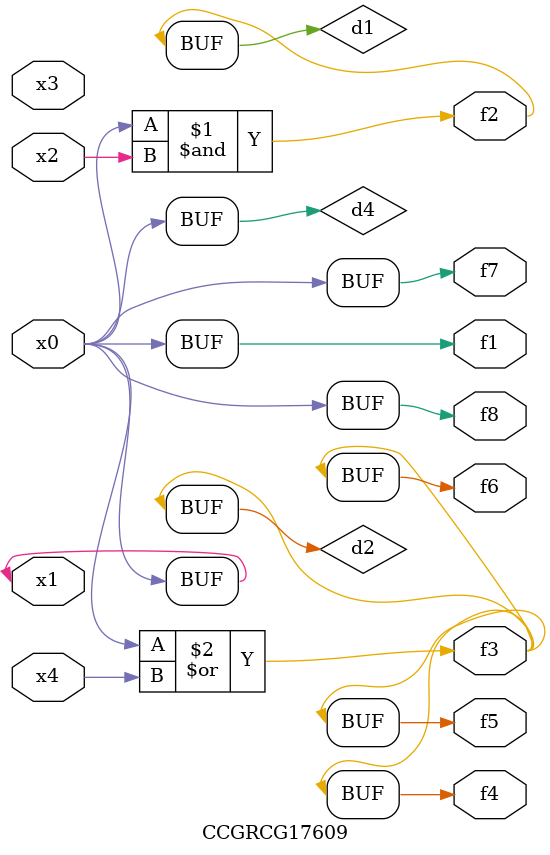
<source format=v>
module CCGRCG17609(
	input x0, x1, x2, x3, x4,
	output f1, f2, f3, f4, f5, f6, f7, f8
);

	wire d1, d2, d3, d4;

	and (d1, x0, x2);
	or (d2, x0, x4);
	nand (d3, x0, x2);
	buf (d4, x0, x1);
	assign f1 = d4;
	assign f2 = d1;
	assign f3 = d2;
	assign f4 = d2;
	assign f5 = d2;
	assign f6 = d2;
	assign f7 = d4;
	assign f8 = d4;
endmodule

</source>
